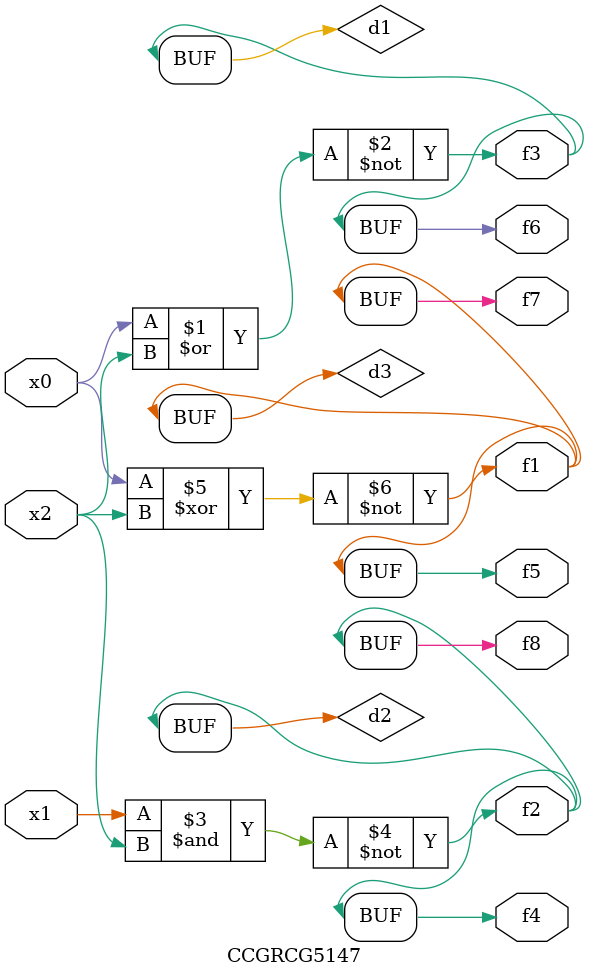
<source format=v>
module CCGRCG5147(
	input x0, x1, x2,
	output f1, f2, f3, f4, f5, f6, f7, f8
);

	wire d1, d2, d3;

	nor (d1, x0, x2);
	nand (d2, x1, x2);
	xnor (d3, x0, x2);
	assign f1 = d3;
	assign f2 = d2;
	assign f3 = d1;
	assign f4 = d2;
	assign f5 = d3;
	assign f6 = d1;
	assign f7 = d3;
	assign f8 = d2;
endmodule

</source>
